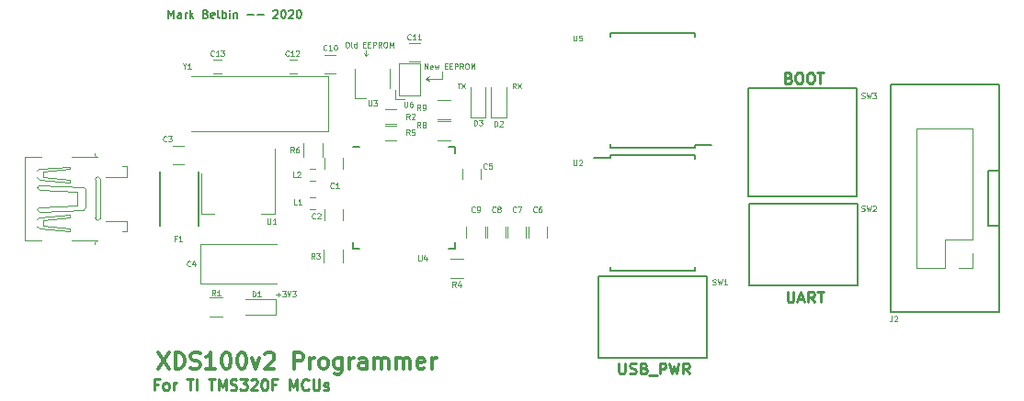
<source format=gto>
G04 #@! TF.GenerationSoftware,KiCad,Pcbnew,(5.1.5)-3*
G04 #@! TF.CreationDate,2020-01-27T20:13:38-03:30*
G04 #@! TF.ProjectId,XDS100v2 Programmer,58445331-3030-4763-9220-50726f677261,rev?*
G04 #@! TF.SameCoordinates,Original*
G04 #@! TF.FileFunction,Legend,Top*
G04 #@! TF.FilePolarity,Positive*
%FSLAX46Y46*%
G04 Gerber Fmt 4.6, Leading zero omitted, Abs format (unit mm)*
G04 Created by KiCad (PCBNEW (5.1.5)-3) date 2020-01-27 20:13:38*
%MOMM*%
%LPD*%
G04 APERTURE LIST*
%ADD10C,0.125000*%
%ADD11C,0.120000*%
%ADD12C,0.187500*%
%ADD13C,0.250000*%
%ADD14C,0.300000*%
%ADD15C,0.100000*%
%ADD16C,0.150000*%
%ADD17C,0.101600*%
G04 APERTURE END LIST*
D10*
X62116666Y-66926190D02*
X61950000Y-66688095D01*
X61830952Y-66926190D02*
X61830952Y-66426190D01*
X62021428Y-66426190D01*
X62069047Y-66450000D01*
X62092857Y-66473809D01*
X62116666Y-66521428D01*
X62116666Y-66592857D01*
X62092857Y-66640476D01*
X62069047Y-66664285D01*
X62021428Y-66688095D01*
X61830952Y-66688095D01*
X62283333Y-66426190D02*
X62616666Y-66926190D01*
X62616666Y-66426190D02*
X62283333Y-66926190D01*
X56719047Y-66426190D02*
X57004761Y-66426190D01*
X56861904Y-66926190D02*
X56861904Y-66426190D01*
X57123809Y-66426190D02*
X57457142Y-66926190D01*
X57457142Y-66426190D02*
X57123809Y-66926190D01*
X40019047Y-85935714D02*
X40400000Y-85935714D01*
X40209523Y-86126190D02*
X40209523Y-85745238D01*
X40590476Y-85626190D02*
X40900000Y-85626190D01*
X40733333Y-85816666D01*
X40804761Y-85816666D01*
X40852380Y-85840476D01*
X40876190Y-85864285D01*
X40900000Y-85911904D01*
X40900000Y-86030952D01*
X40876190Y-86078571D01*
X40852380Y-86102380D01*
X40804761Y-86126190D01*
X40661904Y-86126190D01*
X40614285Y-86102380D01*
X40590476Y-86078571D01*
X41042857Y-85626190D02*
X41209523Y-86126190D01*
X41376190Y-85626190D01*
X41495238Y-85626190D02*
X41804761Y-85626190D01*
X41638095Y-85816666D01*
X41709523Y-85816666D01*
X41757142Y-85840476D01*
X41780952Y-85864285D01*
X41804761Y-85911904D01*
X41804761Y-86030952D01*
X41780952Y-86078571D01*
X41757142Y-86102380D01*
X41709523Y-86126190D01*
X41566666Y-86126190D01*
X41519047Y-86102380D01*
X41495238Y-86078571D01*
D11*
X48300000Y-63900000D02*
X48500000Y-63700000D01*
X48100000Y-63700000D02*
X48300000Y-63900000D01*
X48300000Y-63400000D02*
X48300000Y-63900000D01*
X53800000Y-66000000D02*
X54100000Y-66200000D01*
X53800000Y-66000000D02*
X54100000Y-65800000D01*
X55300000Y-66000000D02*
X53800000Y-66000000D01*
X55300000Y-65400000D02*
X55300000Y-66000000D01*
D10*
X46504761Y-62626190D02*
X46600000Y-62626190D01*
X46647619Y-62650000D01*
X46695238Y-62697619D01*
X46719047Y-62792857D01*
X46719047Y-62959523D01*
X46695238Y-63054761D01*
X46647619Y-63102380D01*
X46600000Y-63126190D01*
X46504761Y-63126190D01*
X46457142Y-63102380D01*
X46409523Y-63054761D01*
X46385714Y-62959523D01*
X46385714Y-62792857D01*
X46409523Y-62697619D01*
X46457142Y-62650000D01*
X46504761Y-62626190D01*
X47004761Y-63126190D02*
X46957142Y-63102380D01*
X46933333Y-63054761D01*
X46933333Y-62626190D01*
X47409523Y-63126190D02*
X47409523Y-62626190D01*
X47409523Y-63102380D02*
X47361904Y-63126190D01*
X47266666Y-63126190D01*
X47219047Y-63102380D01*
X47195238Y-63078571D01*
X47171428Y-63030952D01*
X47171428Y-62888095D01*
X47195238Y-62840476D01*
X47219047Y-62816666D01*
X47266666Y-62792857D01*
X47361904Y-62792857D01*
X47409523Y-62816666D01*
X48028571Y-62864285D02*
X48195238Y-62864285D01*
X48266666Y-63126190D02*
X48028571Y-63126190D01*
X48028571Y-62626190D01*
X48266666Y-62626190D01*
X48480952Y-62864285D02*
X48647619Y-62864285D01*
X48719047Y-63126190D02*
X48480952Y-63126190D01*
X48480952Y-62626190D01*
X48719047Y-62626190D01*
X48933333Y-63126190D02*
X48933333Y-62626190D01*
X49123809Y-62626190D01*
X49171428Y-62650000D01*
X49195238Y-62673809D01*
X49219047Y-62721428D01*
X49219047Y-62792857D01*
X49195238Y-62840476D01*
X49171428Y-62864285D01*
X49123809Y-62888095D01*
X48933333Y-62888095D01*
X49719047Y-63126190D02*
X49552380Y-62888095D01*
X49433333Y-63126190D02*
X49433333Y-62626190D01*
X49623809Y-62626190D01*
X49671428Y-62650000D01*
X49695238Y-62673809D01*
X49719047Y-62721428D01*
X49719047Y-62792857D01*
X49695238Y-62840476D01*
X49671428Y-62864285D01*
X49623809Y-62888095D01*
X49433333Y-62888095D01*
X50028571Y-62626190D02*
X50123809Y-62626190D01*
X50171428Y-62650000D01*
X50219047Y-62697619D01*
X50242857Y-62792857D01*
X50242857Y-62959523D01*
X50219047Y-63054761D01*
X50171428Y-63102380D01*
X50123809Y-63126190D01*
X50028571Y-63126190D01*
X49980952Y-63102380D01*
X49933333Y-63054761D01*
X49909523Y-62959523D01*
X49909523Y-62792857D01*
X49933333Y-62697619D01*
X49980952Y-62650000D01*
X50028571Y-62626190D01*
X50457142Y-63126190D02*
X50457142Y-62626190D01*
X50623809Y-62983333D01*
X50790476Y-62626190D01*
X50790476Y-63126190D01*
X53690476Y-65126190D02*
X53690476Y-64626190D01*
X53976190Y-65126190D01*
X53976190Y-64626190D01*
X54404761Y-65102380D02*
X54357142Y-65126190D01*
X54261904Y-65126190D01*
X54214285Y-65102380D01*
X54190476Y-65054761D01*
X54190476Y-64864285D01*
X54214285Y-64816666D01*
X54261904Y-64792857D01*
X54357142Y-64792857D01*
X54404761Y-64816666D01*
X54428571Y-64864285D01*
X54428571Y-64911904D01*
X54190476Y-64959523D01*
X54595238Y-64792857D02*
X54690476Y-65126190D01*
X54785714Y-64888095D01*
X54880952Y-65126190D01*
X54976190Y-64792857D01*
X55547619Y-64864285D02*
X55714285Y-64864285D01*
X55785714Y-65126190D02*
X55547619Y-65126190D01*
X55547619Y-64626190D01*
X55785714Y-64626190D01*
X56000000Y-64864285D02*
X56166666Y-64864285D01*
X56238095Y-65126190D02*
X56000000Y-65126190D01*
X56000000Y-64626190D01*
X56238095Y-64626190D01*
X56452380Y-65126190D02*
X56452380Y-64626190D01*
X56642857Y-64626190D01*
X56690476Y-64650000D01*
X56714285Y-64673809D01*
X56738095Y-64721428D01*
X56738095Y-64792857D01*
X56714285Y-64840476D01*
X56690476Y-64864285D01*
X56642857Y-64888095D01*
X56452380Y-64888095D01*
X57238095Y-65126190D02*
X57071428Y-64888095D01*
X56952380Y-65126190D02*
X56952380Y-64626190D01*
X57142857Y-64626190D01*
X57190476Y-64650000D01*
X57214285Y-64673809D01*
X57238095Y-64721428D01*
X57238095Y-64792857D01*
X57214285Y-64840476D01*
X57190476Y-64864285D01*
X57142857Y-64888095D01*
X56952380Y-64888095D01*
X57547619Y-64626190D02*
X57642857Y-64626190D01*
X57690476Y-64650000D01*
X57738095Y-64697619D01*
X57761904Y-64792857D01*
X57761904Y-64959523D01*
X57738095Y-65054761D01*
X57690476Y-65102380D01*
X57642857Y-65126190D01*
X57547619Y-65126190D01*
X57500000Y-65102380D01*
X57452380Y-65054761D01*
X57428571Y-64959523D01*
X57428571Y-64792857D01*
X57452380Y-64697619D01*
X57500000Y-64650000D01*
X57547619Y-64626190D01*
X57976190Y-65126190D02*
X57976190Y-64626190D01*
X58142857Y-64983333D01*
X58309523Y-64626190D01*
X58309523Y-65126190D01*
D12*
X30110714Y-60439285D02*
X30110714Y-59689285D01*
X30360714Y-60225000D01*
X30610714Y-59689285D01*
X30610714Y-60439285D01*
X31289285Y-60439285D02*
X31289285Y-60046428D01*
X31253571Y-59975000D01*
X31182142Y-59939285D01*
X31039285Y-59939285D01*
X30967857Y-59975000D01*
X31289285Y-60403571D02*
X31217857Y-60439285D01*
X31039285Y-60439285D01*
X30967857Y-60403571D01*
X30932142Y-60332142D01*
X30932142Y-60260714D01*
X30967857Y-60189285D01*
X31039285Y-60153571D01*
X31217857Y-60153571D01*
X31289285Y-60117857D01*
X31646428Y-60439285D02*
X31646428Y-59939285D01*
X31646428Y-60082142D02*
X31682142Y-60010714D01*
X31717857Y-59975000D01*
X31789285Y-59939285D01*
X31860714Y-59939285D01*
X32110714Y-60439285D02*
X32110714Y-59689285D01*
X32182142Y-60153571D02*
X32396428Y-60439285D01*
X32396428Y-59939285D02*
X32110714Y-60225000D01*
X33539285Y-60046428D02*
X33646428Y-60082142D01*
X33682142Y-60117857D01*
X33717857Y-60189285D01*
X33717857Y-60296428D01*
X33682142Y-60367857D01*
X33646428Y-60403571D01*
X33575000Y-60439285D01*
X33289285Y-60439285D01*
X33289285Y-59689285D01*
X33539285Y-59689285D01*
X33610714Y-59725000D01*
X33646428Y-59760714D01*
X33682142Y-59832142D01*
X33682142Y-59903571D01*
X33646428Y-59975000D01*
X33610714Y-60010714D01*
X33539285Y-60046428D01*
X33289285Y-60046428D01*
X34325000Y-60403571D02*
X34253571Y-60439285D01*
X34110714Y-60439285D01*
X34039285Y-60403571D01*
X34003571Y-60332142D01*
X34003571Y-60046428D01*
X34039285Y-59975000D01*
X34110714Y-59939285D01*
X34253571Y-59939285D01*
X34325000Y-59975000D01*
X34360714Y-60046428D01*
X34360714Y-60117857D01*
X34003571Y-60189285D01*
X34789285Y-60439285D02*
X34717857Y-60403571D01*
X34682142Y-60332142D01*
X34682142Y-59689285D01*
X35075000Y-60439285D02*
X35075000Y-59689285D01*
X35075000Y-59975000D02*
X35146428Y-59939285D01*
X35289285Y-59939285D01*
X35360714Y-59975000D01*
X35396428Y-60010714D01*
X35432142Y-60082142D01*
X35432142Y-60296428D01*
X35396428Y-60367857D01*
X35360714Y-60403571D01*
X35289285Y-60439285D01*
X35146428Y-60439285D01*
X35075000Y-60403571D01*
X35753571Y-60439285D02*
X35753571Y-59939285D01*
X35753571Y-59689285D02*
X35717857Y-59725000D01*
X35753571Y-59760714D01*
X35789285Y-59725000D01*
X35753571Y-59689285D01*
X35753571Y-59760714D01*
X36110714Y-59939285D02*
X36110714Y-60439285D01*
X36110714Y-60010714D02*
X36146428Y-59975000D01*
X36217857Y-59939285D01*
X36325000Y-59939285D01*
X36396428Y-59975000D01*
X36432142Y-60046428D01*
X36432142Y-60439285D01*
X37360714Y-60153571D02*
X37932142Y-60153571D01*
X38289285Y-60153571D02*
X38860714Y-60153571D01*
X39753571Y-59760714D02*
X39789285Y-59725000D01*
X39860714Y-59689285D01*
X40039285Y-59689285D01*
X40110714Y-59725000D01*
X40146428Y-59760714D01*
X40182142Y-59832142D01*
X40182142Y-59903571D01*
X40146428Y-60010714D01*
X39717857Y-60439285D01*
X40182142Y-60439285D01*
X40646428Y-59689285D02*
X40717857Y-59689285D01*
X40789285Y-59725000D01*
X40825000Y-59760714D01*
X40860714Y-59832142D01*
X40896428Y-59975000D01*
X40896428Y-60153571D01*
X40860714Y-60296428D01*
X40825000Y-60367857D01*
X40789285Y-60403571D01*
X40717857Y-60439285D01*
X40646428Y-60439285D01*
X40575000Y-60403571D01*
X40539285Y-60367857D01*
X40503571Y-60296428D01*
X40467857Y-60153571D01*
X40467857Y-59975000D01*
X40503571Y-59832142D01*
X40539285Y-59760714D01*
X40575000Y-59725000D01*
X40646428Y-59689285D01*
X41182142Y-59760714D02*
X41217857Y-59725000D01*
X41289285Y-59689285D01*
X41467857Y-59689285D01*
X41539285Y-59725000D01*
X41575000Y-59760714D01*
X41610714Y-59832142D01*
X41610714Y-59903571D01*
X41575000Y-60010714D01*
X41146428Y-60439285D01*
X41610714Y-60439285D01*
X42075000Y-59689285D02*
X42146428Y-59689285D01*
X42217857Y-59725000D01*
X42253571Y-59760714D01*
X42289285Y-59832142D01*
X42325000Y-59975000D01*
X42325000Y-60153571D01*
X42289285Y-60296428D01*
X42253571Y-60367857D01*
X42217857Y-60403571D01*
X42146428Y-60439285D01*
X42075000Y-60439285D01*
X42003571Y-60403571D01*
X41967857Y-60367857D01*
X41932142Y-60296428D01*
X41896428Y-60153571D01*
X41896428Y-59975000D01*
X41932142Y-59832142D01*
X41967857Y-59760714D01*
X42003571Y-59725000D01*
X42075000Y-59689285D01*
D13*
X29133333Y-94228571D02*
X28800000Y-94228571D01*
X28800000Y-94752380D02*
X28800000Y-93752380D01*
X29276190Y-93752380D01*
X29800000Y-94752380D02*
X29704761Y-94704761D01*
X29657142Y-94657142D01*
X29609523Y-94561904D01*
X29609523Y-94276190D01*
X29657142Y-94180952D01*
X29704761Y-94133333D01*
X29800000Y-94085714D01*
X29942857Y-94085714D01*
X30038095Y-94133333D01*
X30085714Y-94180952D01*
X30133333Y-94276190D01*
X30133333Y-94561904D01*
X30085714Y-94657142D01*
X30038095Y-94704761D01*
X29942857Y-94752380D01*
X29800000Y-94752380D01*
X30561904Y-94752380D02*
X30561904Y-94085714D01*
X30561904Y-94276190D02*
X30609523Y-94180952D01*
X30657142Y-94133333D01*
X30752380Y-94085714D01*
X30847619Y-94085714D01*
X31800000Y-93752380D02*
X32371428Y-93752380D01*
X32085714Y-94752380D02*
X32085714Y-93752380D01*
X32704761Y-94752380D02*
X32704761Y-93752380D01*
X33800000Y-93752380D02*
X34371428Y-93752380D01*
X34085714Y-94752380D02*
X34085714Y-93752380D01*
X34704761Y-94752380D02*
X34704761Y-93752380D01*
X35038095Y-94466666D01*
X35371428Y-93752380D01*
X35371428Y-94752380D01*
X35800000Y-94704761D02*
X35942857Y-94752380D01*
X36180952Y-94752380D01*
X36276190Y-94704761D01*
X36323809Y-94657142D01*
X36371428Y-94561904D01*
X36371428Y-94466666D01*
X36323809Y-94371428D01*
X36276190Y-94323809D01*
X36180952Y-94276190D01*
X35990476Y-94228571D01*
X35895238Y-94180952D01*
X35847619Y-94133333D01*
X35800000Y-94038095D01*
X35800000Y-93942857D01*
X35847619Y-93847619D01*
X35895238Y-93800000D01*
X35990476Y-93752380D01*
X36228571Y-93752380D01*
X36371428Y-93800000D01*
X36704761Y-93752380D02*
X37323809Y-93752380D01*
X36990476Y-94133333D01*
X37133333Y-94133333D01*
X37228571Y-94180952D01*
X37276190Y-94228571D01*
X37323809Y-94323809D01*
X37323809Y-94561904D01*
X37276190Y-94657142D01*
X37228571Y-94704761D01*
X37133333Y-94752380D01*
X36847619Y-94752380D01*
X36752380Y-94704761D01*
X36704761Y-94657142D01*
X37704761Y-93847619D02*
X37752380Y-93800000D01*
X37847619Y-93752380D01*
X38085714Y-93752380D01*
X38180952Y-93800000D01*
X38228571Y-93847619D01*
X38276190Y-93942857D01*
X38276190Y-94038095D01*
X38228571Y-94180952D01*
X37657142Y-94752380D01*
X38276190Y-94752380D01*
X38895238Y-93752380D02*
X38990476Y-93752380D01*
X39085714Y-93800000D01*
X39133333Y-93847619D01*
X39180952Y-93942857D01*
X39228571Y-94133333D01*
X39228571Y-94371428D01*
X39180952Y-94561904D01*
X39133333Y-94657142D01*
X39085714Y-94704761D01*
X38990476Y-94752380D01*
X38895238Y-94752380D01*
X38800000Y-94704761D01*
X38752380Y-94657142D01*
X38704761Y-94561904D01*
X38657142Y-94371428D01*
X38657142Y-94133333D01*
X38704761Y-93942857D01*
X38752380Y-93847619D01*
X38800000Y-93800000D01*
X38895238Y-93752380D01*
X39990476Y-94228571D02*
X39657142Y-94228571D01*
X39657142Y-94752380D02*
X39657142Y-93752380D01*
X40133333Y-93752380D01*
X41276190Y-94752380D02*
X41276190Y-93752380D01*
X41609523Y-94466666D01*
X41942857Y-93752380D01*
X41942857Y-94752380D01*
X42990476Y-94657142D02*
X42942857Y-94704761D01*
X42800000Y-94752380D01*
X42704761Y-94752380D01*
X42561904Y-94704761D01*
X42466666Y-94609523D01*
X42419047Y-94514285D01*
X42371428Y-94323809D01*
X42371428Y-94180952D01*
X42419047Y-93990476D01*
X42466666Y-93895238D01*
X42561904Y-93800000D01*
X42704761Y-93752380D01*
X42800000Y-93752380D01*
X42942857Y-93800000D01*
X42990476Y-93847619D01*
X43419047Y-93752380D02*
X43419047Y-94561904D01*
X43466666Y-94657142D01*
X43514285Y-94704761D01*
X43609523Y-94752380D01*
X43800000Y-94752380D01*
X43895238Y-94704761D01*
X43942857Y-94657142D01*
X43990476Y-94561904D01*
X43990476Y-93752380D01*
X44419047Y-94704761D02*
X44514285Y-94752380D01*
X44704761Y-94752380D01*
X44799999Y-94704761D01*
X44847619Y-94609523D01*
X44847619Y-94561904D01*
X44799999Y-94466666D01*
X44704761Y-94419047D01*
X44561904Y-94419047D01*
X44466666Y-94371428D01*
X44419047Y-94276190D01*
X44419047Y-94228571D01*
X44466666Y-94133333D01*
X44561904Y-94085714D01*
X44704761Y-94085714D01*
X44799999Y-94133333D01*
D14*
X29142857Y-91278571D02*
X30142857Y-92778571D01*
X30142857Y-91278571D02*
X29142857Y-92778571D01*
X30714285Y-92778571D02*
X30714285Y-91278571D01*
X31071428Y-91278571D01*
X31285714Y-91350000D01*
X31428571Y-91492857D01*
X31499999Y-91635714D01*
X31571428Y-91921428D01*
X31571428Y-92135714D01*
X31499999Y-92421428D01*
X31428571Y-92564285D01*
X31285714Y-92707142D01*
X31071428Y-92778571D01*
X30714285Y-92778571D01*
X32142857Y-92707142D02*
X32357142Y-92778571D01*
X32714285Y-92778571D01*
X32857142Y-92707142D01*
X32928571Y-92635714D01*
X32999999Y-92492857D01*
X32999999Y-92350000D01*
X32928571Y-92207142D01*
X32857142Y-92135714D01*
X32714285Y-92064285D01*
X32428571Y-91992857D01*
X32285714Y-91921428D01*
X32214285Y-91850000D01*
X32142857Y-91707142D01*
X32142857Y-91564285D01*
X32214285Y-91421428D01*
X32285714Y-91350000D01*
X32428571Y-91278571D01*
X32785714Y-91278571D01*
X32999999Y-91350000D01*
X34428571Y-92778571D02*
X33571428Y-92778571D01*
X34000000Y-92778571D02*
X34000000Y-91278571D01*
X33857142Y-91492857D01*
X33714285Y-91635714D01*
X33571428Y-91707142D01*
X35357142Y-91278571D02*
X35499999Y-91278571D01*
X35642857Y-91350000D01*
X35714285Y-91421428D01*
X35785714Y-91564285D01*
X35857142Y-91850000D01*
X35857142Y-92207142D01*
X35785714Y-92492857D01*
X35714285Y-92635714D01*
X35642857Y-92707142D01*
X35499999Y-92778571D01*
X35357142Y-92778571D01*
X35214285Y-92707142D01*
X35142857Y-92635714D01*
X35071428Y-92492857D01*
X34999999Y-92207142D01*
X34999999Y-91850000D01*
X35071428Y-91564285D01*
X35142857Y-91421428D01*
X35214285Y-91350000D01*
X35357142Y-91278571D01*
X36785714Y-91278571D02*
X36928571Y-91278571D01*
X37071428Y-91350000D01*
X37142857Y-91421428D01*
X37214285Y-91564285D01*
X37285714Y-91850000D01*
X37285714Y-92207142D01*
X37214285Y-92492857D01*
X37142857Y-92635714D01*
X37071428Y-92707142D01*
X36928571Y-92778571D01*
X36785714Y-92778571D01*
X36642857Y-92707142D01*
X36571428Y-92635714D01*
X36499999Y-92492857D01*
X36428571Y-92207142D01*
X36428571Y-91850000D01*
X36499999Y-91564285D01*
X36571428Y-91421428D01*
X36642857Y-91350000D01*
X36785714Y-91278571D01*
X37785714Y-91778571D02*
X38142857Y-92778571D01*
X38500000Y-91778571D01*
X38999999Y-91421428D02*
X39071428Y-91350000D01*
X39214285Y-91278571D01*
X39571428Y-91278571D01*
X39714285Y-91350000D01*
X39785714Y-91421428D01*
X39857142Y-91564285D01*
X39857142Y-91707142D01*
X39785714Y-91921428D01*
X38928571Y-92778571D01*
X39857142Y-92778571D01*
X41642857Y-92778571D02*
X41642857Y-91278571D01*
X42214285Y-91278571D01*
X42357142Y-91350000D01*
X42428571Y-91421428D01*
X42499999Y-91564285D01*
X42499999Y-91778571D01*
X42428571Y-91921428D01*
X42357142Y-91992857D01*
X42214285Y-92064285D01*
X41642857Y-92064285D01*
X43142857Y-92778571D02*
X43142857Y-91778571D01*
X43142857Y-92064285D02*
X43214285Y-91921428D01*
X43285714Y-91850000D01*
X43428571Y-91778571D01*
X43571428Y-91778571D01*
X44285714Y-92778571D02*
X44142857Y-92707142D01*
X44071428Y-92635714D01*
X43999999Y-92492857D01*
X43999999Y-92064285D01*
X44071428Y-91921428D01*
X44142857Y-91850000D01*
X44285714Y-91778571D01*
X44499999Y-91778571D01*
X44642857Y-91850000D01*
X44714285Y-91921428D01*
X44785714Y-92064285D01*
X44785714Y-92492857D01*
X44714285Y-92635714D01*
X44642857Y-92707142D01*
X44499999Y-92778571D01*
X44285714Y-92778571D01*
X46071428Y-91778571D02*
X46071428Y-92992857D01*
X45999999Y-93135714D01*
X45928571Y-93207142D01*
X45785714Y-93278571D01*
X45571428Y-93278571D01*
X45428571Y-93207142D01*
X46071428Y-92707142D02*
X45928571Y-92778571D01*
X45642857Y-92778571D01*
X45499999Y-92707142D01*
X45428571Y-92635714D01*
X45357142Y-92492857D01*
X45357142Y-92064285D01*
X45428571Y-91921428D01*
X45499999Y-91850000D01*
X45642857Y-91778571D01*
X45928571Y-91778571D01*
X46071428Y-91850000D01*
X46785714Y-92778571D02*
X46785714Y-91778571D01*
X46785714Y-92064285D02*
X46857142Y-91921428D01*
X46928571Y-91850000D01*
X47071428Y-91778571D01*
X47214285Y-91778571D01*
X48357142Y-92778571D02*
X48357142Y-91992857D01*
X48285714Y-91850000D01*
X48142857Y-91778571D01*
X47857142Y-91778571D01*
X47714285Y-91850000D01*
X48357142Y-92707142D02*
X48214285Y-92778571D01*
X47857142Y-92778571D01*
X47714285Y-92707142D01*
X47642857Y-92564285D01*
X47642857Y-92421428D01*
X47714285Y-92278571D01*
X47857142Y-92207142D01*
X48214285Y-92207142D01*
X48357142Y-92135714D01*
X49071428Y-92778571D02*
X49071428Y-91778571D01*
X49071428Y-91921428D02*
X49142857Y-91850000D01*
X49285714Y-91778571D01*
X49500000Y-91778571D01*
X49642857Y-91850000D01*
X49714285Y-91992857D01*
X49714285Y-92778571D01*
X49714285Y-91992857D02*
X49785714Y-91850000D01*
X49928571Y-91778571D01*
X50142857Y-91778571D01*
X50285714Y-91850000D01*
X50357142Y-91992857D01*
X50357142Y-92778571D01*
X51071428Y-92778571D02*
X51071428Y-91778571D01*
X51071428Y-91921428D02*
X51142857Y-91850000D01*
X51285714Y-91778571D01*
X51500000Y-91778571D01*
X51642857Y-91850000D01*
X51714285Y-91992857D01*
X51714285Y-92778571D01*
X51714285Y-91992857D02*
X51785714Y-91850000D01*
X51928571Y-91778571D01*
X52142857Y-91778571D01*
X52285714Y-91850000D01*
X52357142Y-91992857D01*
X52357142Y-92778571D01*
X53642857Y-92707142D02*
X53500000Y-92778571D01*
X53214285Y-92778571D01*
X53071428Y-92707142D01*
X53000000Y-92564285D01*
X53000000Y-91992857D01*
X53071428Y-91850000D01*
X53214285Y-91778571D01*
X53500000Y-91778571D01*
X53642857Y-91850000D01*
X53714285Y-91992857D01*
X53714285Y-92135714D01*
X53000000Y-92278571D01*
X54357142Y-92778571D02*
X54357142Y-91778571D01*
X54357142Y-92064285D02*
X54428571Y-91921428D01*
X54500000Y-91850000D01*
X54642857Y-91778571D01*
X54785714Y-91778571D01*
D13*
X87242857Y-65928571D02*
X87385714Y-65976190D01*
X87433333Y-66023809D01*
X87480952Y-66119047D01*
X87480952Y-66261904D01*
X87433333Y-66357142D01*
X87385714Y-66404761D01*
X87290476Y-66452380D01*
X86909523Y-66452380D01*
X86909523Y-65452380D01*
X87242857Y-65452380D01*
X87338095Y-65500000D01*
X87385714Y-65547619D01*
X87433333Y-65642857D01*
X87433333Y-65738095D01*
X87385714Y-65833333D01*
X87338095Y-65880952D01*
X87242857Y-65928571D01*
X86909523Y-65928571D01*
X88100000Y-65452380D02*
X88290476Y-65452380D01*
X88385714Y-65500000D01*
X88480952Y-65595238D01*
X88528571Y-65785714D01*
X88528571Y-66119047D01*
X88480952Y-66309523D01*
X88385714Y-66404761D01*
X88290476Y-66452380D01*
X88100000Y-66452380D01*
X88004761Y-66404761D01*
X87909523Y-66309523D01*
X87861904Y-66119047D01*
X87861904Y-65785714D01*
X87909523Y-65595238D01*
X88004761Y-65500000D01*
X88100000Y-65452380D01*
X89147619Y-65452380D02*
X89338095Y-65452380D01*
X89433333Y-65500000D01*
X89528571Y-65595238D01*
X89576190Y-65785714D01*
X89576190Y-66119047D01*
X89528571Y-66309523D01*
X89433333Y-66404761D01*
X89338095Y-66452380D01*
X89147619Y-66452380D01*
X89052380Y-66404761D01*
X88957142Y-66309523D01*
X88909523Y-66119047D01*
X88909523Y-65785714D01*
X88957142Y-65595238D01*
X89052380Y-65500000D01*
X89147619Y-65452380D01*
X89861904Y-65452380D02*
X90433333Y-65452380D01*
X90147619Y-66452380D02*
X90147619Y-65452380D01*
X87104761Y-85652380D02*
X87104761Y-86461904D01*
X87152380Y-86557142D01*
X87200000Y-86604761D01*
X87295238Y-86652380D01*
X87485714Y-86652380D01*
X87580952Y-86604761D01*
X87628571Y-86557142D01*
X87676190Y-86461904D01*
X87676190Y-85652380D01*
X88104761Y-86366666D02*
X88580952Y-86366666D01*
X88009523Y-86652380D02*
X88342857Y-85652380D01*
X88676190Y-86652380D01*
X89580952Y-86652380D02*
X89247619Y-86176190D01*
X89009523Y-86652380D02*
X89009523Y-85652380D01*
X89390476Y-85652380D01*
X89485714Y-85700000D01*
X89533333Y-85747619D01*
X89580952Y-85842857D01*
X89580952Y-85985714D01*
X89533333Y-86080952D01*
X89485714Y-86128571D01*
X89390476Y-86176190D01*
X89009523Y-86176190D01*
X89866666Y-85652380D02*
X90438095Y-85652380D01*
X90152380Y-86652380D02*
X90152380Y-85652380D01*
X71585714Y-92252380D02*
X71585714Y-93061904D01*
X71633333Y-93157142D01*
X71680952Y-93204761D01*
X71776190Y-93252380D01*
X71966666Y-93252380D01*
X72061904Y-93204761D01*
X72109523Y-93157142D01*
X72157142Y-93061904D01*
X72157142Y-92252380D01*
X72585714Y-93204761D02*
X72728571Y-93252380D01*
X72966666Y-93252380D01*
X73061904Y-93204761D01*
X73109523Y-93157142D01*
X73157142Y-93061904D01*
X73157142Y-92966666D01*
X73109523Y-92871428D01*
X73061904Y-92823809D01*
X72966666Y-92776190D01*
X72776190Y-92728571D01*
X72680952Y-92680952D01*
X72633333Y-92633333D01*
X72585714Y-92538095D01*
X72585714Y-92442857D01*
X72633333Y-92347619D01*
X72680952Y-92300000D01*
X72776190Y-92252380D01*
X73014285Y-92252380D01*
X73157142Y-92300000D01*
X73919047Y-92728571D02*
X74061904Y-92776190D01*
X74109523Y-92823809D01*
X74157142Y-92919047D01*
X74157142Y-93061904D01*
X74109523Y-93157142D01*
X74061904Y-93204761D01*
X73966666Y-93252380D01*
X73585714Y-93252380D01*
X73585714Y-92252380D01*
X73919047Y-92252380D01*
X74014285Y-92300000D01*
X74061904Y-92347619D01*
X74109523Y-92442857D01*
X74109523Y-92538095D01*
X74061904Y-92633333D01*
X74014285Y-92680952D01*
X73919047Y-92728571D01*
X73585714Y-92728571D01*
X74347619Y-93347619D02*
X75109523Y-93347619D01*
X75347619Y-93252380D02*
X75347619Y-92252380D01*
X75728571Y-92252380D01*
X75823809Y-92300000D01*
X75871428Y-92347619D01*
X75919047Y-92442857D01*
X75919047Y-92585714D01*
X75871428Y-92680952D01*
X75823809Y-92728571D01*
X75728571Y-92776190D01*
X75347619Y-92776190D01*
X76252380Y-92252380D02*
X76490476Y-93252380D01*
X76680952Y-92538095D01*
X76871428Y-93252380D01*
X77109523Y-92252380D01*
X78061904Y-93252380D02*
X77728571Y-92776190D01*
X77490476Y-93252380D02*
X77490476Y-92252380D01*
X77871428Y-92252380D01*
X77966666Y-92300000D01*
X78014285Y-92347619D01*
X78061904Y-92442857D01*
X78061904Y-92585714D01*
X78014285Y-92680952D01*
X77966666Y-92728571D01*
X77871428Y-92776190D01*
X77490476Y-92776190D01*
D11*
X47300000Y-67800000D02*
X48300000Y-67800000D01*
X47300000Y-67500000D02*
X47300000Y-67800000D01*
X51000000Y-67900000D02*
X51800000Y-67900000D01*
X51000000Y-67100000D02*
X51000000Y-67900000D01*
D15*
X53300000Y-64600000D02*
X51300000Y-64600000D01*
X53300000Y-67600000D02*
X53300000Y-64600000D01*
X51300000Y-67600000D02*
X53300000Y-67600000D01*
X51300000Y-64600000D02*
X51300000Y-67600000D01*
D16*
X69700000Y-91750000D02*
X79700000Y-91750000D01*
X69700000Y-84250000D02*
X69700000Y-91750000D01*
X79700000Y-84250000D02*
X69700000Y-84250000D01*
X79700000Y-91750000D02*
X79700000Y-84250000D01*
X83600000Y-85050000D02*
X93600000Y-85050000D01*
X83600000Y-77550000D02*
X83600000Y-85050000D01*
X93600000Y-77550000D02*
X83600000Y-77550000D01*
X93600000Y-85050000D02*
X93600000Y-77550000D01*
X93500000Y-66900000D02*
X83500000Y-66900000D01*
X93500000Y-76900000D02*
X93500000Y-66900000D01*
X83500000Y-76900000D02*
X93500000Y-76900000D01*
X83500000Y-66900000D02*
X83500000Y-76900000D01*
D17*
X26278200Y-74089000D02*
X26278200Y-75075400D01*
X26278100Y-79124500D02*
X26278100Y-80110900D01*
X16881800Y-73258400D02*
X18385300Y-73258500D01*
X16881800Y-80941400D02*
X18385400Y-80941400D01*
X21217400Y-80941400D02*
X23526700Y-80941500D01*
X21657800Y-77722800D02*
X21657800Y-76476800D01*
X18231500Y-77930400D02*
X21657800Y-77722800D01*
X18231500Y-77930400D02*
G75*
G03X18023900Y-78138000I0J-207600D01*
G01*
X18023900Y-78138100D02*
G75*
G03X18231500Y-78345700I207600J0D01*
G01*
X22488400Y-77930400D02*
X22488400Y-76269300D01*
X22488401Y-77930399D02*
G75*
G02X22280800Y-78138100I-219701J11994D01*
G01*
X18231600Y-78345700D02*
X22280800Y-78138100D01*
X24357300Y-75075200D02*
X26226100Y-75075200D01*
X23370899Y-78864899D02*
G75*
G03X23630400Y-79124400I259801J300D01*
G01*
X23630500Y-79124400D02*
G75*
G03X23838100Y-78916800I100J207500D01*
G01*
X25862700Y-80110800D02*
X26226100Y-80110800D01*
X20982900Y-79851200D02*
X20982900Y-80058900D01*
X18594900Y-79591700D02*
X20982900Y-79851200D01*
X18594900Y-79072500D02*
X18594900Y-79591700D01*
X20982900Y-78813000D02*
X18594900Y-79072500D01*
X20982900Y-78605300D02*
X20982900Y-78813000D01*
X18231500Y-78864900D02*
X20982900Y-78605300D01*
X18231499Y-78864899D02*
G75*
G03X17972000Y-79072500I22331J-293900D01*
G01*
X17972000Y-79072500D02*
G75*
G03X17972000Y-79643600I931100J-285550D01*
G01*
X17972000Y-79643600D02*
G75*
G03X18231500Y-79851200I281830J86300D01*
G01*
X20982900Y-80058900D02*
X18231500Y-79851200D01*
X23319000Y-81149000D02*
X23319000Y-81304800D01*
X23319000Y-81149000D02*
G75*
G02X23526600Y-80941400I207600J0D01*
G01*
X18231500Y-76269400D02*
X21657800Y-76477000D01*
X18231500Y-76269400D02*
G75*
G02X18023900Y-76061800I0J207600D01*
G01*
X18023900Y-76061700D02*
X18023900Y-76061800D01*
X18023900Y-76061700D02*
G75*
G02X18231500Y-75854100I207600J0D01*
G01*
X22488402Y-76269400D02*
G75*
G03X22280800Y-76061700I-219601J-11895D01*
G01*
X18231600Y-75854100D02*
X22280800Y-76061700D01*
X24357300Y-79124600D02*
X26226100Y-79124600D01*
X23370899Y-75334901D02*
G75*
G02X23630400Y-75075400I259601J-100D01*
G01*
X23630500Y-75075400D02*
X23630400Y-75075400D01*
X23630500Y-75075400D02*
G75*
G02X23838100Y-75283000I100J-207500D01*
G01*
X23838100Y-78916900D02*
X23838100Y-75283000D01*
X23370900Y-75334900D02*
X23370900Y-78865000D01*
X25862700Y-74089000D02*
X26226100Y-74089000D01*
X20982900Y-74348600D02*
X20982900Y-74140900D01*
X18594900Y-74608100D02*
X20982900Y-74348600D01*
X18594900Y-75127300D02*
X18594900Y-74608100D01*
X20982900Y-75386800D02*
X18594900Y-75127300D01*
X20982900Y-75594500D02*
X20982900Y-75386800D01*
X18231500Y-75334900D02*
X20982900Y-75594500D01*
X18231499Y-75334901D02*
G75*
G02X17972000Y-75127300I22331J293900D01*
G01*
X17972000Y-75127300D02*
G75*
G02X17972000Y-74556200I931100J285550D01*
G01*
X17972000Y-74556200D02*
G75*
G02X18231500Y-74348600I281830J-86300D01*
G01*
X20982900Y-74140900D02*
X18231500Y-74348600D01*
X16881800Y-80941400D02*
X16881800Y-73258400D01*
X16881800Y-80941500D02*
X16881800Y-80941400D01*
X23319000Y-73050800D02*
X23319000Y-72895000D01*
X23319000Y-73050800D02*
G75*
G03X23526600Y-73258400I207600J0D01*
G01*
X21217500Y-73258400D02*
X23526600Y-73258400D01*
D11*
X104200000Y-83460000D02*
X102870000Y-83460000D01*
X104200000Y-82130000D02*
X104200000Y-83460000D01*
X101600000Y-83460000D02*
X99000000Y-83460000D01*
X101600000Y-80860000D02*
X101600000Y-83460000D01*
X104200000Y-80860000D02*
X101600000Y-80860000D01*
X99000000Y-83460000D02*
X99000000Y-70640000D01*
X104200000Y-80860000D02*
X104200000Y-70640000D01*
X104200000Y-70640000D02*
X99000000Y-70640000D01*
D16*
X96600000Y-77050000D02*
X96600000Y-87550000D01*
X96600000Y-87550000D02*
X106600000Y-87550000D01*
X106600000Y-87550000D02*
X106600000Y-66550000D01*
X106600000Y-66550000D02*
X96600000Y-66550000D01*
X96600000Y-66550000D02*
X96600000Y-77050000D01*
X106600000Y-79550000D02*
X105600000Y-79550000D01*
X105600000Y-79550000D02*
X105600000Y-74550000D01*
X105600000Y-74550000D02*
X106600000Y-74550000D01*
D11*
X46150000Y-74300000D02*
X46150000Y-73300000D01*
X44450000Y-73300000D02*
X44450000Y-74300000D01*
X44450000Y-78100000D02*
X44450000Y-79100000D01*
X46150000Y-79100000D02*
X46150000Y-78100000D01*
X31500000Y-72250000D02*
X30500000Y-72250000D01*
X30500000Y-73950000D02*
X31500000Y-73950000D01*
X33000000Y-81250000D02*
X33000000Y-84950000D01*
X33000000Y-84950000D02*
X40100000Y-84950000D01*
X33000000Y-81250000D02*
X40100000Y-81250000D01*
X58850000Y-75300000D02*
X58850000Y-74300000D01*
X57150000Y-74300000D02*
X57150000Y-75300000D01*
X63250000Y-79700000D02*
X63250000Y-80700000D01*
X64950000Y-80700000D02*
X64950000Y-79700000D01*
X63050000Y-80700000D02*
X63050000Y-79700000D01*
X61350000Y-79700000D02*
X61350000Y-80700000D01*
X61150000Y-80700000D02*
X61150000Y-79700000D01*
X59450000Y-79700000D02*
X59450000Y-80700000D01*
X59250000Y-80700000D02*
X59250000Y-79700000D01*
X57550000Y-79700000D02*
X57550000Y-80700000D01*
X45500000Y-63810000D02*
X44500000Y-63810000D01*
X44500000Y-65510000D02*
X45500000Y-65510000D01*
X52240000Y-64430000D02*
X53240000Y-64430000D01*
X53240000Y-62730000D02*
X52240000Y-62730000D01*
X41950000Y-65500000D02*
X41250000Y-65500000D01*
X41250000Y-64300000D02*
X41950000Y-64300000D01*
X34950000Y-65500000D02*
X34250000Y-65500000D01*
X34250000Y-64300000D02*
X34950000Y-64300000D01*
X40000000Y-87800000D02*
X37200000Y-87800000D01*
X40000000Y-86400000D02*
X37200000Y-86400000D01*
X40000000Y-87800000D02*
X40000000Y-86400000D01*
X59800000Y-69600000D02*
X61200000Y-69600000D01*
X61200000Y-69600000D02*
X61200000Y-66800000D01*
X59800000Y-69600000D02*
X59800000Y-66800000D01*
X57900000Y-69600000D02*
X57900000Y-66800000D01*
X59300000Y-69600000D02*
X59300000Y-66800000D01*
X57900000Y-69600000D02*
X59300000Y-69600000D01*
D16*
X32850000Y-77100000D02*
X32850000Y-79600000D01*
X29350000Y-79600000D02*
X29350000Y-74600000D01*
X32850000Y-74600000D02*
X32850000Y-77100000D01*
D11*
X43650000Y-76970000D02*
X43150000Y-76970000D01*
X43150000Y-78030000D02*
X43650000Y-78030000D01*
X43150000Y-75430000D02*
X43650000Y-75430000D01*
X43650000Y-74370000D02*
X43150000Y-74370000D01*
X33850000Y-86220000D02*
X35050000Y-86220000D01*
X35050000Y-87980000D02*
X33850000Y-87980000D01*
X46180000Y-81800000D02*
X46180000Y-83000000D01*
X44420000Y-83000000D02*
X44420000Y-81800000D01*
X56050000Y-82620000D02*
X57250000Y-82620000D01*
X57250000Y-84380000D02*
X56050000Y-84380000D01*
X42520000Y-73200000D02*
X42520000Y-72000000D01*
X44280000Y-72000000D02*
X44280000Y-73200000D01*
X54850000Y-69920000D02*
X56050000Y-69920000D01*
X56050000Y-71680000D02*
X54850000Y-71680000D01*
X56050000Y-69780000D02*
X54850000Y-69780000D01*
X54850000Y-68020000D02*
X56050000Y-68020000D01*
D16*
X70825000Y-73350000D02*
X69300000Y-73350000D01*
X70825000Y-83725000D02*
X78575000Y-83725000D01*
X70825000Y-73075000D02*
X78575000Y-73075000D01*
X70825000Y-83725000D02*
X70825000Y-83370000D01*
X78575000Y-83725000D02*
X78575000Y-83370000D01*
X78575000Y-73075000D02*
X78575000Y-73430000D01*
X70825000Y-73075000D02*
X70825000Y-73350000D01*
D11*
X47290000Y-65100000D02*
X47290000Y-67550000D01*
X50510000Y-66900000D02*
X50510000Y-65100000D01*
D16*
X56500000Y-72300000D02*
X55925000Y-72300000D01*
X56500000Y-81700000D02*
X55925000Y-81700000D01*
X47100000Y-81700000D02*
X47675000Y-81700000D01*
X47100000Y-72300000D02*
X47675000Y-72300000D01*
X56500000Y-81700000D02*
X56500000Y-81125000D01*
X47100000Y-81700000D02*
X47100000Y-81125000D01*
X56500000Y-72300000D02*
X56500000Y-72875000D01*
X78575000Y-72425000D02*
X78575000Y-72150000D01*
X70825000Y-72425000D02*
X70825000Y-72070000D01*
X70825000Y-61775000D02*
X70825000Y-62130000D01*
X78575000Y-61775000D02*
X78575000Y-62130000D01*
X78575000Y-72425000D02*
X70825000Y-72425000D01*
X78575000Y-61775000D02*
X70825000Y-61775000D01*
X78575000Y-72150000D02*
X80100000Y-72150000D01*
D11*
X44800000Y-65750000D02*
X32200000Y-65750000D01*
X44800000Y-70850000D02*
X44800000Y-65750000D01*
X32200000Y-70850000D02*
X44800000Y-70850000D01*
X51100000Y-70180000D02*
X50100000Y-70180000D01*
X50100000Y-68820000D02*
X51100000Y-68820000D01*
X51100000Y-71680000D02*
X50100000Y-71680000D01*
X50100000Y-70320000D02*
X51100000Y-70320000D01*
X39910000Y-72500000D02*
X39910000Y-78510000D01*
X33090000Y-74750000D02*
X33090000Y-78510000D01*
X39910000Y-78510000D02*
X38650000Y-78510000D01*
X33090000Y-78510000D02*
X34350000Y-78510000D01*
D10*
X51819047Y-68126190D02*
X51819047Y-68530952D01*
X51842857Y-68578571D01*
X51866666Y-68602380D01*
X51914285Y-68626190D01*
X52009523Y-68626190D01*
X52057142Y-68602380D01*
X52080952Y-68578571D01*
X52104761Y-68530952D01*
X52104761Y-68126190D01*
X52557142Y-68126190D02*
X52461904Y-68126190D01*
X52414285Y-68150000D01*
X52390476Y-68173809D01*
X52342857Y-68245238D01*
X52319047Y-68340476D01*
X52319047Y-68530952D01*
X52342857Y-68578571D01*
X52366666Y-68602380D01*
X52414285Y-68626190D01*
X52509523Y-68626190D01*
X52557142Y-68602380D01*
X52580952Y-68578571D01*
X52604761Y-68530952D01*
X52604761Y-68411904D01*
X52580952Y-68364285D01*
X52557142Y-68340476D01*
X52509523Y-68316666D01*
X52414285Y-68316666D01*
X52366666Y-68340476D01*
X52342857Y-68364285D01*
X52319047Y-68411904D01*
X80233333Y-85002380D02*
X80304761Y-85026190D01*
X80423809Y-85026190D01*
X80471428Y-85002380D01*
X80495238Y-84978571D01*
X80519047Y-84930952D01*
X80519047Y-84883333D01*
X80495238Y-84835714D01*
X80471428Y-84811904D01*
X80423809Y-84788095D01*
X80328571Y-84764285D01*
X80280952Y-84740476D01*
X80257142Y-84716666D01*
X80233333Y-84669047D01*
X80233333Y-84621428D01*
X80257142Y-84573809D01*
X80280952Y-84550000D01*
X80328571Y-84526190D01*
X80447619Y-84526190D01*
X80519047Y-84550000D01*
X80685714Y-84526190D02*
X80804761Y-85026190D01*
X80900000Y-84669047D01*
X80995238Y-85026190D01*
X81114285Y-84526190D01*
X81566666Y-85026190D02*
X81280952Y-85026190D01*
X81423809Y-85026190D02*
X81423809Y-84526190D01*
X81376190Y-84597619D01*
X81328571Y-84645238D01*
X81280952Y-84669047D01*
X93933333Y-78202380D02*
X94004761Y-78226190D01*
X94123809Y-78226190D01*
X94171428Y-78202380D01*
X94195238Y-78178571D01*
X94219047Y-78130952D01*
X94219047Y-78083333D01*
X94195238Y-78035714D01*
X94171428Y-78011904D01*
X94123809Y-77988095D01*
X94028571Y-77964285D01*
X93980952Y-77940476D01*
X93957142Y-77916666D01*
X93933333Y-77869047D01*
X93933333Y-77821428D01*
X93957142Y-77773809D01*
X93980952Y-77750000D01*
X94028571Y-77726190D01*
X94147619Y-77726190D01*
X94219047Y-77750000D01*
X94385714Y-77726190D02*
X94504761Y-78226190D01*
X94600000Y-77869047D01*
X94695238Y-78226190D01*
X94814285Y-77726190D01*
X94980952Y-77773809D02*
X95004761Y-77750000D01*
X95052380Y-77726190D01*
X95171428Y-77726190D01*
X95219047Y-77750000D01*
X95242857Y-77773809D01*
X95266666Y-77821428D01*
X95266666Y-77869047D01*
X95242857Y-77940476D01*
X94957142Y-78226190D01*
X95266666Y-78226190D01*
X93933333Y-67802380D02*
X94004761Y-67826190D01*
X94123809Y-67826190D01*
X94171428Y-67802380D01*
X94195238Y-67778571D01*
X94219047Y-67730952D01*
X94219047Y-67683333D01*
X94195238Y-67635714D01*
X94171428Y-67611904D01*
X94123809Y-67588095D01*
X94028571Y-67564285D01*
X93980952Y-67540476D01*
X93957142Y-67516666D01*
X93933333Y-67469047D01*
X93933333Y-67421428D01*
X93957142Y-67373809D01*
X93980952Y-67350000D01*
X94028571Y-67326190D01*
X94147619Y-67326190D01*
X94219047Y-67350000D01*
X94385714Y-67326190D02*
X94504761Y-67826190D01*
X94600000Y-67469047D01*
X94695238Y-67826190D01*
X94814285Y-67326190D01*
X94957142Y-67326190D02*
X95266666Y-67326190D01*
X95100000Y-67516666D01*
X95171428Y-67516666D01*
X95219047Y-67540476D01*
X95242857Y-67564285D01*
X95266666Y-67611904D01*
X95266666Y-67730952D01*
X95242857Y-67778571D01*
X95219047Y-67802380D01*
X95171428Y-67826190D01*
X95028571Y-67826190D01*
X94980952Y-67802380D01*
X94957142Y-67778571D01*
X96733333Y-87926190D02*
X96733333Y-88283333D01*
X96709523Y-88354761D01*
X96661904Y-88402380D01*
X96590476Y-88426190D01*
X96542857Y-88426190D01*
X96947619Y-87973809D02*
X96971428Y-87950000D01*
X97019047Y-87926190D01*
X97138095Y-87926190D01*
X97185714Y-87950000D01*
X97209523Y-87973809D01*
X97233333Y-88021428D01*
X97233333Y-88069047D01*
X97209523Y-88140476D01*
X96923809Y-88426190D01*
X97233333Y-88426190D01*
X45316666Y-76078571D02*
X45292857Y-76102380D01*
X45221428Y-76126190D01*
X45173809Y-76126190D01*
X45102380Y-76102380D01*
X45054761Y-76054761D01*
X45030952Y-76007142D01*
X45007142Y-75911904D01*
X45007142Y-75840476D01*
X45030952Y-75745238D01*
X45054761Y-75697619D01*
X45102380Y-75650000D01*
X45173809Y-75626190D01*
X45221428Y-75626190D01*
X45292857Y-75650000D01*
X45316666Y-75673809D01*
X45792857Y-76126190D02*
X45507142Y-76126190D01*
X45650000Y-76126190D02*
X45650000Y-75626190D01*
X45602380Y-75697619D01*
X45554761Y-75745238D01*
X45507142Y-75769047D01*
X43616666Y-78878571D02*
X43592857Y-78902380D01*
X43521428Y-78926190D01*
X43473809Y-78926190D01*
X43402380Y-78902380D01*
X43354761Y-78854761D01*
X43330952Y-78807142D01*
X43307142Y-78711904D01*
X43307142Y-78640476D01*
X43330952Y-78545238D01*
X43354761Y-78497619D01*
X43402380Y-78450000D01*
X43473809Y-78426190D01*
X43521428Y-78426190D01*
X43592857Y-78450000D01*
X43616666Y-78473809D01*
X43807142Y-78473809D02*
X43830952Y-78450000D01*
X43878571Y-78426190D01*
X43997619Y-78426190D01*
X44045238Y-78450000D01*
X44069047Y-78473809D01*
X44092857Y-78521428D01*
X44092857Y-78569047D01*
X44069047Y-78640476D01*
X43783333Y-78926190D01*
X44092857Y-78926190D01*
X29916666Y-71778571D02*
X29892857Y-71802380D01*
X29821428Y-71826190D01*
X29773809Y-71826190D01*
X29702380Y-71802380D01*
X29654761Y-71754761D01*
X29630952Y-71707142D01*
X29607142Y-71611904D01*
X29607142Y-71540476D01*
X29630952Y-71445238D01*
X29654761Y-71397619D01*
X29702380Y-71350000D01*
X29773809Y-71326190D01*
X29821428Y-71326190D01*
X29892857Y-71350000D01*
X29916666Y-71373809D01*
X30083333Y-71326190D02*
X30392857Y-71326190D01*
X30226190Y-71516666D01*
X30297619Y-71516666D01*
X30345238Y-71540476D01*
X30369047Y-71564285D01*
X30392857Y-71611904D01*
X30392857Y-71730952D01*
X30369047Y-71778571D01*
X30345238Y-71802380D01*
X30297619Y-71826190D01*
X30154761Y-71826190D01*
X30107142Y-71802380D01*
X30083333Y-71778571D01*
X32116666Y-83278571D02*
X32092857Y-83302380D01*
X32021428Y-83326190D01*
X31973809Y-83326190D01*
X31902380Y-83302380D01*
X31854761Y-83254761D01*
X31830952Y-83207142D01*
X31807142Y-83111904D01*
X31807142Y-83040476D01*
X31830952Y-82945238D01*
X31854761Y-82897619D01*
X31902380Y-82850000D01*
X31973809Y-82826190D01*
X32021428Y-82826190D01*
X32092857Y-82850000D01*
X32116666Y-82873809D01*
X32545238Y-82992857D02*
X32545238Y-83326190D01*
X32426190Y-82802380D02*
X32307142Y-83159523D01*
X32616666Y-83159523D01*
X59416666Y-74278571D02*
X59392857Y-74302380D01*
X59321428Y-74326190D01*
X59273809Y-74326190D01*
X59202380Y-74302380D01*
X59154761Y-74254761D01*
X59130952Y-74207142D01*
X59107142Y-74111904D01*
X59107142Y-74040476D01*
X59130952Y-73945238D01*
X59154761Y-73897619D01*
X59202380Y-73850000D01*
X59273809Y-73826190D01*
X59321428Y-73826190D01*
X59392857Y-73850000D01*
X59416666Y-73873809D01*
X59869047Y-73826190D02*
X59630952Y-73826190D01*
X59607142Y-74064285D01*
X59630952Y-74040476D01*
X59678571Y-74016666D01*
X59797619Y-74016666D01*
X59845238Y-74040476D01*
X59869047Y-74064285D01*
X59892857Y-74111904D01*
X59892857Y-74230952D01*
X59869047Y-74278571D01*
X59845238Y-74302380D01*
X59797619Y-74326190D01*
X59678571Y-74326190D01*
X59630952Y-74302380D01*
X59607142Y-74278571D01*
X64016666Y-78278571D02*
X63992857Y-78302380D01*
X63921428Y-78326190D01*
X63873809Y-78326190D01*
X63802380Y-78302380D01*
X63754761Y-78254761D01*
X63730952Y-78207142D01*
X63707142Y-78111904D01*
X63707142Y-78040476D01*
X63730952Y-77945238D01*
X63754761Y-77897619D01*
X63802380Y-77850000D01*
X63873809Y-77826190D01*
X63921428Y-77826190D01*
X63992857Y-77850000D01*
X64016666Y-77873809D01*
X64445238Y-77826190D02*
X64350000Y-77826190D01*
X64302380Y-77850000D01*
X64278571Y-77873809D01*
X64230952Y-77945238D01*
X64207142Y-78040476D01*
X64207142Y-78230952D01*
X64230952Y-78278571D01*
X64254761Y-78302380D01*
X64302380Y-78326190D01*
X64397619Y-78326190D01*
X64445238Y-78302380D01*
X64469047Y-78278571D01*
X64492857Y-78230952D01*
X64492857Y-78111904D01*
X64469047Y-78064285D01*
X64445238Y-78040476D01*
X64397619Y-78016666D01*
X64302380Y-78016666D01*
X64254761Y-78040476D01*
X64230952Y-78064285D01*
X64207142Y-78111904D01*
X62116666Y-78278571D02*
X62092857Y-78302380D01*
X62021428Y-78326190D01*
X61973809Y-78326190D01*
X61902380Y-78302380D01*
X61854761Y-78254761D01*
X61830952Y-78207142D01*
X61807142Y-78111904D01*
X61807142Y-78040476D01*
X61830952Y-77945238D01*
X61854761Y-77897619D01*
X61902380Y-77850000D01*
X61973809Y-77826190D01*
X62021428Y-77826190D01*
X62092857Y-77850000D01*
X62116666Y-77873809D01*
X62283333Y-77826190D02*
X62616666Y-77826190D01*
X62402380Y-78326190D01*
X60216666Y-78278571D02*
X60192857Y-78302380D01*
X60121428Y-78326190D01*
X60073809Y-78326190D01*
X60002380Y-78302380D01*
X59954761Y-78254761D01*
X59930952Y-78207142D01*
X59907142Y-78111904D01*
X59907142Y-78040476D01*
X59930952Y-77945238D01*
X59954761Y-77897619D01*
X60002380Y-77850000D01*
X60073809Y-77826190D01*
X60121428Y-77826190D01*
X60192857Y-77850000D01*
X60216666Y-77873809D01*
X60502380Y-78040476D02*
X60454761Y-78016666D01*
X60430952Y-77992857D01*
X60407142Y-77945238D01*
X60407142Y-77921428D01*
X60430952Y-77873809D01*
X60454761Y-77850000D01*
X60502380Y-77826190D01*
X60597619Y-77826190D01*
X60645238Y-77850000D01*
X60669047Y-77873809D01*
X60692857Y-77921428D01*
X60692857Y-77945238D01*
X60669047Y-77992857D01*
X60645238Y-78016666D01*
X60597619Y-78040476D01*
X60502380Y-78040476D01*
X60454761Y-78064285D01*
X60430952Y-78088095D01*
X60407142Y-78135714D01*
X60407142Y-78230952D01*
X60430952Y-78278571D01*
X60454761Y-78302380D01*
X60502380Y-78326190D01*
X60597619Y-78326190D01*
X60645238Y-78302380D01*
X60669047Y-78278571D01*
X60692857Y-78230952D01*
X60692857Y-78135714D01*
X60669047Y-78088095D01*
X60645238Y-78064285D01*
X60597619Y-78040476D01*
X58316666Y-78278571D02*
X58292857Y-78302380D01*
X58221428Y-78326190D01*
X58173809Y-78326190D01*
X58102380Y-78302380D01*
X58054761Y-78254761D01*
X58030952Y-78207142D01*
X58007142Y-78111904D01*
X58007142Y-78040476D01*
X58030952Y-77945238D01*
X58054761Y-77897619D01*
X58102380Y-77850000D01*
X58173809Y-77826190D01*
X58221428Y-77826190D01*
X58292857Y-77850000D01*
X58316666Y-77873809D01*
X58554761Y-78326190D02*
X58650000Y-78326190D01*
X58697619Y-78302380D01*
X58721428Y-78278571D01*
X58769047Y-78207142D01*
X58792857Y-78111904D01*
X58792857Y-77921428D01*
X58769047Y-77873809D01*
X58745238Y-77850000D01*
X58697619Y-77826190D01*
X58602380Y-77826190D01*
X58554761Y-77850000D01*
X58530952Y-77873809D01*
X58507142Y-77921428D01*
X58507142Y-78040476D01*
X58530952Y-78088095D01*
X58554761Y-78111904D01*
X58602380Y-78135714D01*
X58697619Y-78135714D01*
X58745238Y-78111904D01*
X58769047Y-78088095D01*
X58792857Y-78040476D01*
X44678571Y-63338571D02*
X44654761Y-63362380D01*
X44583333Y-63386190D01*
X44535714Y-63386190D01*
X44464285Y-63362380D01*
X44416666Y-63314761D01*
X44392857Y-63267142D01*
X44369047Y-63171904D01*
X44369047Y-63100476D01*
X44392857Y-63005238D01*
X44416666Y-62957619D01*
X44464285Y-62910000D01*
X44535714Y-62886190D01*
X44583333Y-62886190D01*
X44654761Y-62910000D01*
X44678571Y-62933809D01*
X45154761Y-63386190D02*
X44869047Y-63386190D01*
X45011904Y-63386190D02*
X45011904Y-62886190D01*
X44964285Y-62957619D01*
X44916666Y-63005238D01*
X44869047Y-63029047D01*
X45464285Y-62886190D02*
X45511904Y-62886190D01*
X45559523Y-62910000D01*
X45583333Y-62933809D01*
X45607142Y-62981428D01*
X45630952Y-63076666D01*
X45630952Y-63195714D01*
X45607142Y-63290952D01*
X45583333Y-63338571D01*
X45559523Y-63362380D01*
X45511904Y-63386190D01*
X45464285Y-63386190D01*
X45416666Y-63362380D01*
X45392857Y-63338571D01*
X45369047Y-63290952D01*
X45345238Y-63195714D01*
X45345238Y-63076666D01*
X45369047Y-62981428D01*
X45392857Y-62933809D01*
X45416666Y-62910000D01*
X45464285Y-62886190D01*
X52418571Y-62378571D02*
X52394761Y-62402380D01*
X52323333Y-62426190D01*
X52275714Y-62426190D01*
X52204285Y-62402380D01*
X52156666Y-62354761D01*
X52132857Y-62307142D01*
X52109047Y-62211904D01*
X52109047Y-62140476D01*
X52132857Y-62045238D01*
X52156666Y-61997619D01*
X52204285Y-61950000D01*
X52275714Y-61926190D01*
X52323333Y-61926190D01*
X52394761Y-61950000D01*
X52418571Y-61973809D01*
X52894761Y-62426190D02*
X52609047Y-62426190D01*
X52751904Y-62426190D02*
X52751904Y-61926190D01*
X52704285Y-61997619D01*
X52656666Y-62045238D01*
X52609047Y-62069047D01*
X53370952Y-62426190D02*
X53085238Y-62426190D01*
X53228095Y-62426190D02*
X53228095Y-61926190D01*
X53180476Y-61997619D01*
X53132857Y-62045238D01*
X53085238Y-62069047D01*
X41178571Y-63878571D02*
X41154761Y-63902380D01*
X41083333Y-63926190D01*
X41035714Y-63926190D01*
X40964285Y-63902380D01*
X40916666Y-63854761D01*
X40892857Y-63807142D01*
X40869047Y-63711904D01*
X40869047Y-63640476D01*
X40892857Y-63545238D01*
X40916666Y-63497619D01*
X40964285Y-63450000D01*
X41035714Y-63426190D01*
X41083333Y-63426190D01*
X41154761Y-63450000D01*
X41178571Y-63473809D01*
X41654761Y-63926190D02*
X41369047Y-63926190D01*
X41511904Y-63926190D02*
X41511904Y-63426190D01*
X41464285Y-63497619D01*
X41416666Y-63545238D01*
X41369047Y-63569047D01*
X41845238Y-63473809D02*
X41869047Y-63450000D01*
X41916666Y-63426190D01*
X42035714Y-63426190D01*
X42083333Y-63450000D01*
X42107142Y-63473809D01*
X42130952Y-63521428D01*
X42130952Y-63569047D01*
X42107142Y-63640476D01*
X41821428Y-63926190D01*
X42130952Y-63926190D01*
X34278571Y-63878571D02*
X34254761Y-63902380D01*
X34183333Y-63926190D01*
X34135714Y-63926190D01*
X34064285Y-63902380D01*
X34016666Y-63854761D01*
X33992857Y-63807142D01*
X33969047Y-63711904D01*
X33969047Y-63640476D01*
X33992857Y-63545238D01*
X34016666Y-63497619D01*
X34064285Y-63450000D01*
X34135714Y-63426190D01*
X34183333Y-63426190D01*
X34254761Y-63450000D01*
X34278571Y-63473809D01*
X34754761Y-63926190D02*
X34469047Y-63926190D01*
X34611904Y-63926190D02*
X34611904Y-63426190D01*
X34564285Y-63497619D01*
X34516666Y-63545238D01*
X34469047Y-63569047D01*
X34921428Y-63426190D02*
X35230952Y-63426190D01*
X35064285Y-63616666D01*
X35135714Y-63616666D01*
X35183333Y-63640476D01*
X35207142Y-63664285D01*
X35230952Y-63711904D01*
X35230952Y-63830952D01*
X35207142Y-63878571D01*
X35183333Y-63902380D01*
X35135714Y-63926190D01*
X34992857Y-63926190D01*
X34945238Y-63902380D01*
X34921428Y-63878571D01*
X37830952Y-86126190D02*
X37830952Y-85626190D01*
X37950000Y-85626190D01*
X38021428Y-85650000D01*
X38069047Y-85697619D01*
X38092857Y-85745238D01*
X38116666Y-85840476D01*
X38116666Y-85911904D01*
X38092857Y-86007142D01*
X38069047Y-86054761D01*
X38021428Y-86102380D01*
X37950000Y-86126190D01*
X37830952Y-86126190D01*
X38592857Y-86126190D02*
X38307142Y-86126190D01*
X38450000Y-86126190D02*
X38450000Y-85626190D01*
X38402380Y-85697619D01*
X38354761Y-85745238D01*
X38307142Y-85769047D01*
X60130952Y-70426190D02*
X60130952Y-69926190D01*
X60250000Y-69926190D01*
X60321428Y-69950000D01*
X60369047Y-69997619D01*
X60392857Y-70045238D01*
X60416666Y-70140476D01*
X60416666Y-70211904D01*
X60392857Y-70307142D01*
X60369047Y-70354761D01*
X60321428Y-70402380D01*
X60250000Y-70426190D01*
X60130952Y-70426190D01*
X60607142Y-69973809D02*
X60630952Y-69950000D01*
X60678571Y-69926190D01*
X60797619Y-69926190D01*
X60845238Y-69950000D01*
X60869047Y-69973809D01*
X60892857Y-70021428D01*
X60892857Y-70069047D01*
X60869047Y-70140476D01*
X60583333Y-70426190D01*
X60892857Y-70426190D01*
X58230952Y-70326190D02*
X58230952Y-69826190D01*
X58350000Y-69826190D01*
X58421428Y-69850000D01*
X58469047Y-69897619D01*
X58492857Y-69945238D01*
X58516666Y-70040476D01*
X58516666Y-70111904D01*
X58492857Y-70207142D01*
X58469047Y-70254761D01*
X58421428Y-70302380D01*
X58350000Y-70326190D01*
X58230952Y-70326190D01*
X58683333Y-69826190D02*
X58992857Y-69826190D01*
X58826190Y-70016666D01*
X58897619Y-70016666D01*
X58945238Y-70040476D01*
X58969047Y-70064285D01*
X58992857Y-70111904D01*
X58992857Y-70230952D01*
X58969047Y-70278571D01*
X58945238Y-70302380D01*
X58897619Y-70326190D01*
X58754761Y-70326190D01*
X58707142Y-70302380D01*
X58683333Y-70278571D01*
X30833333Y-80764285D02*
X30666666Y-80764285D01*
X30666666Y-81026190D02*
X30666666Y-80526190D01*
X30904761Y-80526190D01*
X31357142Y-81026190D02*
X31071428Y-81026190D01*
X31214285Y-81026190D02*
X31214285Y-80526190D01*
X31166666Y-80597619D01*
X31119047Y-80645238D01*
X31071428Y-80669047D01*
X41916666Y-77626190D02*
X41678571Y-77626190D01*
X41678571Y-77126190D01*
X42345238Y-77626190D02*
X42059523Y-77626190D01*
X42202380Y-77626190D02*
X42202380Y-77126190D01*
X42154761Y-77197619D01*
X42107142Y-77245238D01*
X42059523Y-77269047D01*
X41816666Y-75126190D02*
X41578571Y-75126190D01*
X41578571Y-74626190D01*
X41959523Y-74673809D02*
X41983333Y-74650000D01*
X42030952Y-74626190D01*
X42150000Y-74626190D01*
X42197619Y-74650000D01*
X42221428Y-74673809D01*
X42245238Y-74721428D01*
X42245238Y-74769047D01*
X42221428Y-74840476D01*
X41935714Y-75126190D01*
X42245238Y-75126190D01*
X34416666Y-86026190D02*
X34250000Y-85788095D01*
X34130952Y-86026190D02*
X34130952Y-85526190D01*
X34321428Y-85526190D01*
X34369047Y-85550000D01*
X34392857Y-85573809D01*
X34416666Y-85621428D01*
X34416666Y-85692857D01*
X34392857Y-85740476D01*
X34369047Y-85764285D01*
X34321428Y-85788095D01*
X34130952Y-85788095D01*
X34892857Y-86026190D02*
X34607142Y-86026190D01*
X34750000Y-86026190D02*
X34750000Y-85526190D01*
X34702380Y-85597619D01*
X34654761Y-85645238D01*
X34607142Y-85669047D01*
X43566666Y-82626190D02*
X43400000Y-82388095D01*
X43280952Y-82626190D02*
X43280952Y-82126190D01*
X43471428Y-82126190D01*
X43519047Y-82150000D01*
X43542857Y-82173809D01*
X43566666Y-82221428D01*
X43566666Y-82292857D01*
X43542857Y-82340476D01*
X43519047Y-82364285D01*
X43471428Y-82388095D01*
X43280952Y-82388095D01*
X43733333Y-82126190D02*
X44042857Y-82126190D01*
X43876190Y-82316666D01*
X43947619Y-82316666D01*
X43995238Y-82340476D01*
X44019047Y-82364285D01*
X44042857Y-82411904D01*
X44042857Y-82530952D01*
X44019047Y-82578571D01*
X43995238Y-82602380D01*
X43947619Y-82626190D01*
X43804761Y-82626190D01*
X43757142Y-82602380D01*
X43733333Y-82578571D01*
X56566666Y-85226190D02*
X56400000Y-84988095D01*
X56280952Y-85226190D02*
X56280952Y-84726190D01*
X56471428Y-84726190D01*
X56519047Y-84750000D01*
X56542857Y-84773809D01*
X56566666Y-84821428D01*
X56566666Y-84892857D01*
X56542857Y-84940476D01*
X56519047Y-84964285D01*
X56471428Y-84988095D01*
X56280952Y-84988095D01*
X56995238Y-84892857D02*
X56995238Y-85226190D01*
X56876190Y-84702380D02*
X56757142Y-85059523D01*
X57066666Y-85059523D01*
X41666666Y-72826190D02*
X41500000Y-72588095D01*
X41380952Y-72826190D02*
X41380952Y-72326190D01*
X41571428Y-72326190D01*
X41619047Y-72350000D01*
X41642857Y-72373809D01*
X41666666Y-72421428D01*
X41666666Y-72492857D01*
X41642857Y-72540476D01*
X41619047Y-72564285D01*
X41571428Y-72588095D01*
X41380952Y-72588095D01*
X42095238Y-72326190D02*
X42000000Y-72326190D01*
X41952380Y-72350000D01*
X41928571Y-72373809D01*
X41880952Y-72445238D01*
X41857142Y-72540476D01*
X41857142Y-72730952D01*
X41880952Y-72778571D01*
X41904761Y-72802380D01*
X41952380Y-72826190D01*
X42047619Y-72826190D01*
X42095238Y-72802380D01*
X42119047Y-72778571D01*
X42142857Y-72730952D01*
X42142857Y-72611904D01*
X42119047Y-72564285D01*
X42095238Y-72540476D01*
X42047619Y-72516666D01*
X41952380Y-72516666D01*
X41904761Y-72540476D01*
X41880952Y-72564285D01*
X41857142Y-72611904D01*
X53316666Y-70526190D02*
X53150000Y-70288095D01*
X53030952Y-70526190D02*
X53030952Y-70026190D01*
X53221428Y-70026190D01*
X53269047Y-70050000D01*
X53292857Y-70073809D01*
X53316666Y-70121428D01*
X53316666Y-70192857D01*
X53292857Y-70240476D01*
X53269047Y-70264285D01*
X53221428Y-70288095D01*
X53030952Y-70288095D01*
X53602380Y-70240476D02*
X53554761Y-70216666D01*
X53530952Y-70192857D01*
X53507142Y-70145238D01*
X53507142Y-70121428D01*
X53530952Y-70073809D01*
X53554761Y-70050000D01*
X53602380Y-70026190D01*
X53697619Y-70026190D01*
X53745238Y-70050000D01*
X53769047Y-70073809D01*
X53792857Y-70121428D01*
X53792857Y-70145238D01*
X53769047Y-70192857D01*
X53745238Y-70216666D01*
X53697619Y-70240476D01*
X53602380Y-70240476D01*
X53554761Y-70264285D01*
X53530952Y-70288095D01*
X53507142Y-70335714D01*
X53507142Y-70430952D01*
X53530952Y-70478571D01*
X53554761Y-70502380D01*
X53602380Y-70526190D01*
X53697619Y-70526190D01*
X53745238Y-70502380D01*
X53769047Y-70478571D01*
X53792857Y-70430952D01*
X53792857Y-70335714D01*
X53769047Y-70288095D01*
X53745238Y-70264285D01*
X53697619Y-70240476D01*
X53316666Y-68926190D02*
X53150000Y-68688095D01*
X53030952Y-68926190D02*
X53030952Y-68426190D01*
X53221428Y-68426190D01*
X53269047Y-68450000D01*
X53292857Y-68473809D01*
X53316666Y-68521428D01*
X53316666Y-68592857D01*
X53292857Y-68640476D01*
X53269047Y-68664285D01*
X53221428Y-68688095D01*
X53030952Y-68688095D01*
X53554761Y-68926190D02*
X53650000Y-68926190D01*
X53697619Y-68902380D01*
X53721428Y-68878571D01*
X53769047Y-68807142D01*
X53792857Y-68711904D01*
X53792857Y-68521428D01*
X53769047Y-68473809D01*
X53745238Y-68450000D01*
X53697619Y-68426190D01*
X53602380Y-68426190D01*
X53554761Y-68450000D01*
X53530952Y-68473809D01*
X53507142Y-68521428D01*
X53507142Y-68640476D01*
X53530952Y-68688095D01*
X53554761Y-68711904D01*
X53602380Y-68735714D01*
X53697619Y-68735714D01*
X53745238Y-68711904D01*
X53769047Y-68688095D01*
X53792857Y-68640476D01*
X67419047Y-73526190D02*
X67419047Y-73930952D01*
X67442857Y-73978571D01*
X67466666Y-74002380D01*
X67514285Y-74026190D01*
X67609523Y-74026190D01*
X67657142Y-74002380D01*
X67680952Y-73978571D01*
X67704761Y-73930952D01*
X67704761Y-73526190D01*
X67919047Y-73573809D02*
X67942857Y-73550000D01*
X67990476Y-73526190D01*
X68109523Y-73526190D01*
X68157142Y-73550000D01*
X68180952Y-73573809D01*
X68204761Y-73621428D01*
X68204761Y-73669047D01*
X68180952Y-73740476D01*
X67895238Y-74026190D01*
X68204761Y-74026190D01*
X48519047Y-68026190D02*
X48519047Y-68430952D01*
X48542857Y-68478571D01*
X48566666Y-68502380D01*
X48614285Y-68526190D01*
X48709523Y-68526190D01*
X48757142Y-68502380D01*
X48780952Y-68478571D01*
X48804761Y-68430952D01*
X48804761Y-68026190D01*
X48995238Y-68026190D02*
X49304761Y-68026190D01*
X49138095Y-68216666D01*
X49209523Y-68216666D01*
X49257142Y-68240476D01*
X49280952Y-68264285D01*
X49304761Y-68311904D01*
X49304761Y-68430952D01*
X49280952Y-68478571D01*
X49257142Y-68502380D01*
X49209523Y-68526190D01*
X49066666Y-68526190D01*
X49019047Y-68502380D01*
X48995238Y-68478571D01*
X53119047Y-82326190D02*
X53119047Y-82730952D01*
X53142857Y-82778571D01*
X53166666Y-82802380D01*
X53214285Y-82826190D01*
X53309523Y-82826190D01*
X53357142Y-82802380D01*
X53380952Y-82778571D01*
X53404761Y-82730952D01*
X53404761Y-82326190D01*
X53857142Y-82492857D02*
X53857142Y-82826190D01*
X53738095Y-82302380D02*
X53619047Y-82659523D01*
X53928571Y-82659523D01*
X67419047Y-62026190D02*
X67419047Y-62430952D01*
X67442857Y-62478571D01*
X67466666Y-62502380D01*
X67514285Y-62526190D01*
X67609523Y-62526190D01*
X67657142Y-62502380D01*
X67680952Y-62478571D01*
X67704761Y-62430952D01*
X67704761Y-62026190D01*
X68180952Y-62026190D02*
X67942857Y-62026190D01*
X67919047Y-62264285D01*
X67942857Y-62240476D01*
X67990476Y-62216666D01*
X68109523Y-62216666D01*
X68157142Y-62240476D01*
X68180952Y-62264285D01*
X68204761Y-62311904D01*
X68204761Y-62430952D01*
X68180952Y-62478571D01*
X68157142Y-62502380D01*
X68109523Y-62526190D01*
X67990476Y-62526190D01*
X67942857Y-62502380D01*
X67919047Y-62478571D01*
X31561904Y-64888095D02*
X31561904Y-65126190D01*
X31395238Y-64626190D02*
X31561904Y-64888095D01*
X31728571Y-64626190D01*
X32157142Y-65126190D02*
X31871428Y-65126190D01*
X32014285Y-65126190D02*
X32014285Y-64626190D01*
X31966666Y-64697619D01*
X31919047Y-64745238D01*
X31871428Y-64769047D01*
X52316666Y-69726190D02*
X52150000Y-69488095D01*
X52030952Y-69726190D02*
X52030952Y-69226190D01*
X52221428Y-69226190D01*
X52269047Y-69250000D01*
X52292857Y-69273809D01*
X52316666Y-69321428D01*
X52316666Y-69392857D01*
X52292857Y-69440476D01*
X52269047Y-69464285D01*
X52221428Y-69488095D01*
X52030952Y-69488095D01*
X52507142Y-69273809D02*
X52530952Y-69250000D01*
X52578571Y-69226190D01*
X52697619Y-69226190D01*
X52745238Y-69250000D01*
X52769047Y-69273809D01*
X52792857Y-69321428D01*
X52792857Y-69369047D01*
X52769047Y-69440476D01*
X52483333Y-69726190D01*
X52792857Y-69726190D01*
X52316666Y-71226190D02*
X52150000Y-70988095D01*
X52030952Y-71226190D02*
X52030952Y-70726190D01*
X52221428Y-70726190D01*
X52269047Y-70750000D01*
X52292857Y-70773809D01*
X52316666Y-70821428D01*
X52316666Y-70892857D01*
X52292857Y-70940476D01*
X52269047Y-70964285D01*
X52221428Y-70988095D01*
X52030952Y-70988095D01*
X52769047Y-70726190D02*
X52530952Y-70726190D01*
X52507142Y-70964285D01*
X52530952Y-70940476D01*
X52578571Y-70916666D01*
X52697619Y-70916666D01*
X52745238Y-70940476D01*
X52769047Y-70964285D01*
X52792857Y-71011904D01*
X52792857Y-71130952D01*
X52769047Y-71178571D01*
X52745238Y-71202380D01*
X52697619Y-71226190D01*
X52578571Y-71226190D01*
X52530952Y-71202380D01*
X52507142Y-71178571D01*
X39219047Y-78926190D02*
X39219047Y-79330952D01*
X39242857Y-79378571D01*
X39266666Y-79402380D01*
X39314285Y-79426190D01*
X39409523Y-79426190D01*
X39457142Y-79402380D01*
X39480952Y-79378571D01*
X39504761Y-79330952D01*
X39504761Y-78926190D01*
X40004761Y-79426190D02*
X39719047Y-79426190D01*
X39861904Y-79426190D02*
X39861904Y-78926190D01*
X39814285Y-78997619D01*
X39766666Y-79045238D01*
X39719047Y-79069047D01*
M02*

</source>
